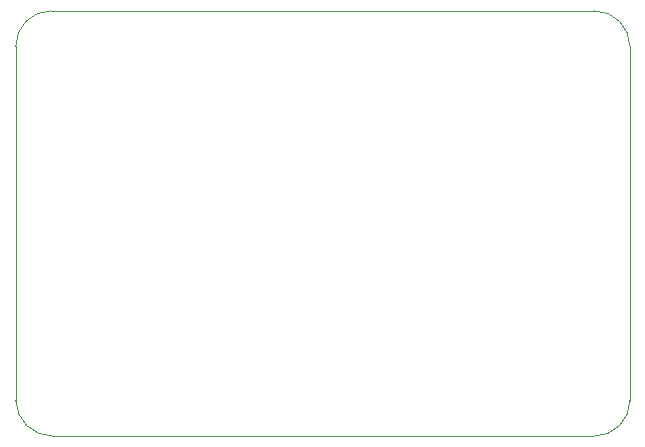
<source format=gm1>
G04 #@! TF.GenerationSoftware,KiCad,Pcbnew,6.0.11-2627ca5db0~126~ubuntu22.04.1*
G04 #@! TF.CreationDate,2023-08-09T03:56:28+02:00*
G04 #@! TF.ProjectId,OpenCyphalPicoBase,4f70656e-4379-4706-9861-6c5069636f42,0.3*
G04 #@! TF.SameCoordinates,PX55d4a80PY57bcf00*
G04 #@! TF.FileFunction,Profile,NP*
%FSLAX46Y46*%
G04 Gerber Fmt 4.6, Leading zero omitted, Abs format (unit mm)*
G04 Created by KiCad (PCBNEW 6.0.11-2627ca5db0~126~ubuntu22.04.1) date 2023-08-09 03:56:28*
%MOMM*%
%LPD*%
G01*
G04 APERTURE LIST*
G04 #@! TA.AperFunction,Profile*
%ADD10C,0.050000*%
G04 #@! TD*
G04 APERTURE END LIST*
D10*
X23000000Y-18000000D02*
X-22878680Y-18000000D01*
X-26000000Y15000000D02*
X-26000000Y-15000000D01*
X26000000Y15000000D02*
X26000000Y-15000000D01*
X23000000Y18000000D02*
X-23000000Y18000000D01*
X26000000Y15000000D02*
G75*
G03*
X23000000Y18000000I-3000000J0D01*
G01*
X-23000000Y18000000D02*
G75*
G03*
X-26000000Y15000000I0J-3000000D01*
G01*
X23000000Y-18000000D02*
G75*
G03*
X26000000Y-15000000I0J3000000D01*
G01*
X-26000046Y-15000002D02*
G75*
G03*
X-22878680Y-18000000I3121346J123802D01*
G01*
M02*

</source>
